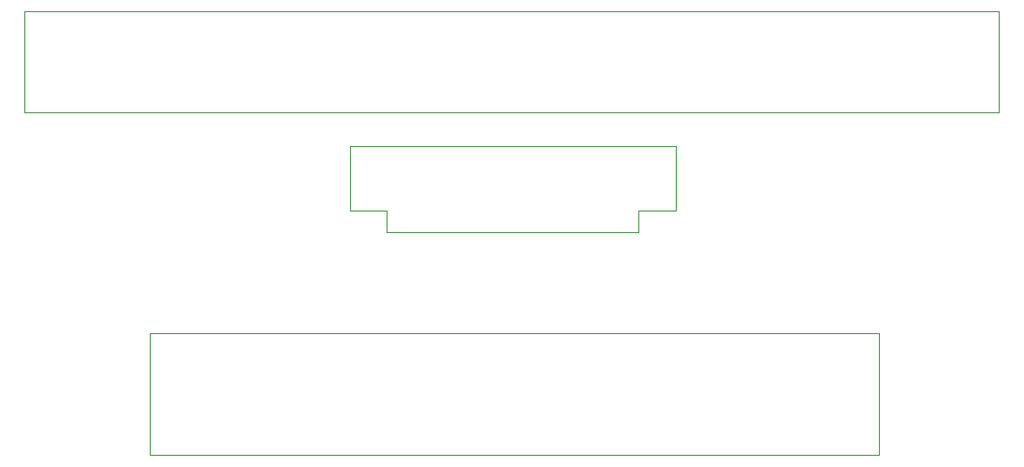
<source format=gbr>
G04 #@! TF.GenerationSoftware,KiCad,Pcbnew,8.0.2*
G04 #@! TF.CreationDate,2024-05-08T12:07:27-04:00*
G04 #@! TF.ProjectId,SMS-to-GG,534d532d-746f-42d4-9747-2e6b69636164,4*
G04 #@! TF.SameCoordinates,Original*
G04 #@! TF.FileFunction,Other,User*
%FSLAX46Y46*%
G04 Gerber Fmt 4.6, Leading zero omitted, Abs format (unit mm)*
G04 Created by KiCad (PCBNEW 8.0.2) date 2024-05-08 12:07:27*
%MOMM*%
%LPD*%
G01*
G04 APERTURE LIST*
%ADD10C,0.050000*%
%ADD11C,0.120000*%
G04 APERTURE END LIST*
D10*
G04 #@! TO.C,J3*
X165370000Y-116770000D02*
X165370000Y-110920000D01*
X165370000Y-110920000D02*
X135870000Y-110920000D01*
X162020000Y-118670000D02*
X162020000Y-116770000D01*
X162020000Y-116770000D02*
X165370000Y-116770000D01*
X139220000Y-118670000D02*
X162020000Y-118670000D01*
X139220000Y-116770000D02*
X139220000Y-118670000D01*
X135870000Y-116770000D02*
X139220000Y-116770000D01*
X135870000Y-110920000D02*
X135870000Y-116770000D01*
G04 #@! TO.C,J1*
D11*
X117827000Y-138888000D02*
X183727000Y-138888000D01*
X183727000Y-127848000D01*
X117827000Y-127848000D01*
X117827000Y-138888000D01*
D10*
G04 #@! TO.C,J2*
X194610000Y-107860000D02*
X106470000Y-107860000D01*
X106470000Y-98740000D01*
X194610000Y-98740000D01*
X194610000Y-107860000D01*
G04 #@! TD*
M02*

</source>
